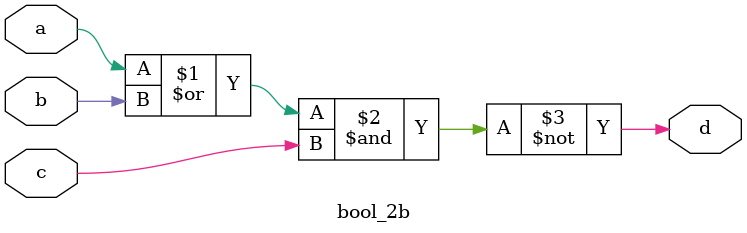
<source format=v>
`timescale 1ns / 1ps

module bool_2b(
    input a, b, c,
    output d
    );
   
assign d = ~((a|b)&c);

endmodule

</source>
